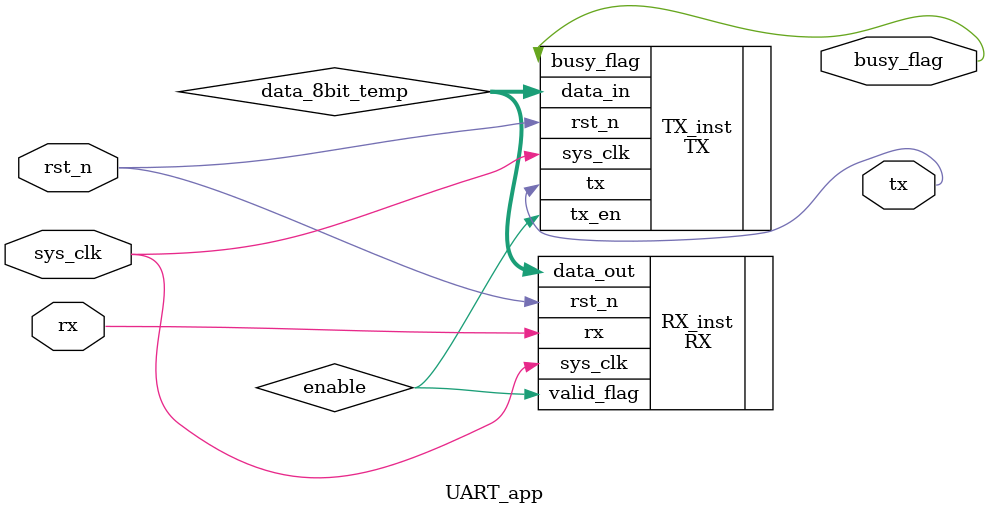
<source format=v>
module UART_app 
(
    input  wire sys_clk, 
    input  wire rst_n,     //异步复位 
    input  wire rx,        //串行数据接收端
    output wire busy_flag,        
    output wire tx         //串行数据输出端           
);  

    wire[7:0] data_8bit_temp;
    wire      enable;
    
    TX  TX_inst(
            .sys_clk    (sys_clk        ),
            .rst_n      (rst_n          ),
            .data_in    (data_8bit_temp ),
            .tx_en      (enable         ),
            .busy_flag  (busy_flag      ),
            .tx         (tx             ) 
        );                              
                                        
    RX  RX_inst(                        
            .sys_clk    (sys_clk        ),
            .rst_n      (rst_n          ),
            .rx         (rx             ),
            .valid_flag (enable         ),
            .data_out   (data_8bit_temp )        
        );  
    
endmodule



</source>
